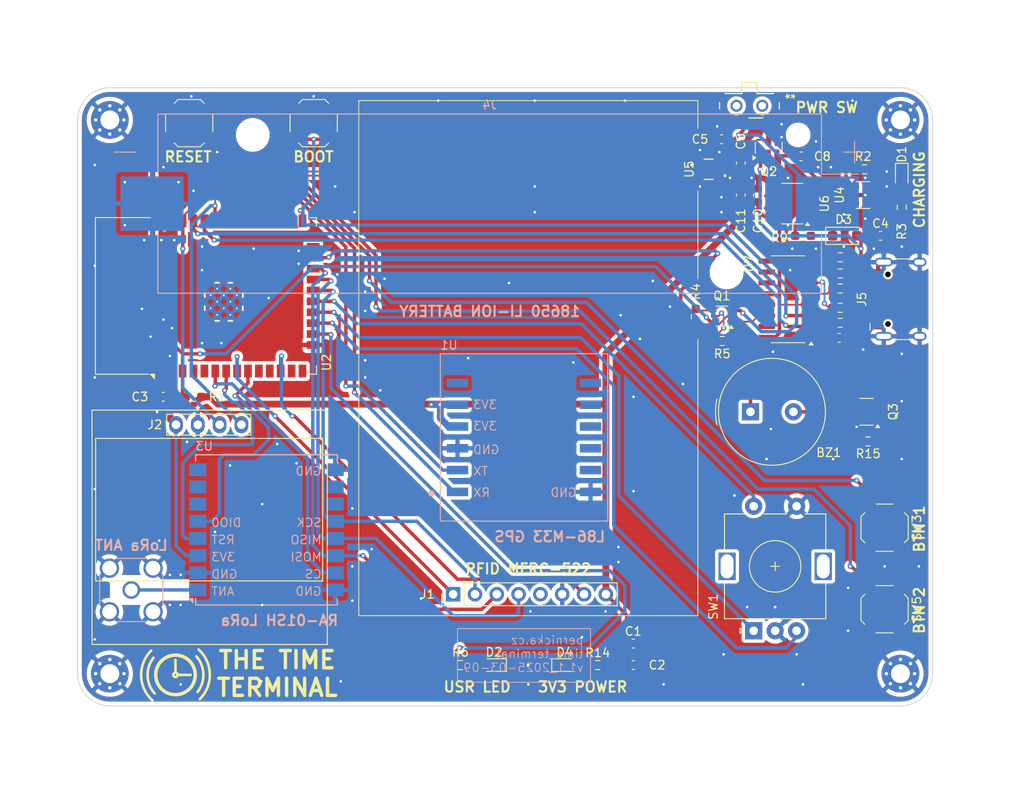
<source format=kicad_pcb>
(kicad_pcb (version 20240108) (generator "pcbnew") (generator_version "8.0")
  (layers (0 "F.Cu" signal) (31 "B.Cu" signal) (34 "B.Paste" user) (35 "F.Paste" user) (36 "B.SilkS" user "B.Silkscreen") (37 "F.SilkS" user "F.Silkscreen") (38 "B.Mask" user) (39 "F.Mask" user) (44 "Edge.Cuts" user))
  (net 0 "")
  (net 1 "Net-(BZ1--)")
  (net 2 "+3.3V")
  (net 3 "GND")
  (net 4 "V_USB")
  (net 5 "Net-(J4-Pin_1)")
  (net 6 "V_BAT")
  (net 7 "Net-(D3-K)")
  (net 8 "Net-(D1-K)")
  (net 9 "Net-(D1-A)")
  (net 10 "Net-(D2-A)")
  (net 11 "Net-(D4-A)")
  (net 12 "RFID_RST")
  (net 13 "RFID_CS")
  (net 15 "SPI_MISO")
  (net 16 "SPI_SCK")
  (net 17 "SPI_MOSI")
  (net 18 "SDA")
  (net 19 "SCL")
  (net 20 "Net-(J3-In)")
  (net 21 "Net-(J5-CC1)")
  (net 22 "Net-(J5-CC2)")
  (net 23 "Net-(J5-D+-PadA6)")
  (net 24 "Net-(J5-D--PadA7)")
  (net 27 "CH340_RTS")
  (net 28 "Net-(Q1B-B2)")
  (net 29 "CH340_DTR")
  (net 30 "RESET")
  (net 31 "ESP_0")
  (net 32 "Net-(Q1A-B1)")
  (net 33 "Net-(Q3-B)")
  (net 34 "Net-(U4-PROG)")
  (net 35 "DEF_LED")
  (net 36 "Net-(U6-CE)")
  (net 37 "USB_D-")
  (net 38 "USB_D+")
  (net 39 "BUZZER")
  (net 40 "BTN_1")
  (net 41 "BTN_2")
  (net 42 "GPS_TX")
  (net 49 "GPS_RX")
  (net 52 "LORA_RST")
  (net 53 "CH340_RX")
  (net 55 "LORA_CS")
  (net 59 "CH340_TX")
  (net 60 "LORA_DIO0")
  (net 77 "ROT_B")
  (net 78 "ROT_A")
  (net 79 "ROT_S")
  (footprint "Package_TO_SOT_SMD:SOT-363_SC-70-6" (layer "F.Cu") (at 134.55 80.6 180)
    (property "Reference" "Q1")
    (property "Value" "MBT3904DW1" (hide yes))
  )
  (footprint "Package_SO:SOIC-16_3.9x9.9mm_P1.27mm" (layer "F.Cu") (at 142.25 78.635 180)
    (property "Reference" "U7")
    (property "Value" "CH340C" (hide yes))
  )
  (footprint "Resistor_SMD:R_0603_1608Metric_Pad0.98x0.95mm_HandSolder" (layer "F.Cu") (at 144 71.25 180)
    (property "Reference" "R9")
    (property "Value" "ee" (hide yes))
  )
  (footprint "Capacitor_SMD:C_0603_1608Metric" (layer "F.Cu") (at 134.5 60 180)
    (property "Reference" "C5")
    (property "Value" "4.7u" (hide yes))
  )
  (footprint "Capacitor_SMD:C_0603_1608Metric" (layer "F.Cu") (at 148.225 83.135)
    (property "Reference" "C9" (hide yes))
    (property "Value" "10u" (hide yes))
  )
  (footprint "Resistor_SMD:R_0603_1608Metric_Pad0.98x0.95mm_HandSolder" (layer "F.Cu") (at 73 90)
    (property "Reference" "R1")
    (property "Value" "10k")
  )
  (footprint "Resistor_SMD:R_0603_1608Metric_Pad0.98x0.95mm_HandSolder" (layer "F.Cu") (at 148.3375 77.385 180)
    (property "Reference" "R13" (hide yes))
    (property "Value" "20" (hide yes))
  )
  (footprint "MountingHole:MountingHole_2.2mm_M2_Pad_Via" (layer "F.Cu") (at 63.250001 122.249999)
    (property "Reference" "H3" (hide yes))
    (property "Value" "MountingHole_Pad" (hide yes))
  )
  (footprint "Resistor_SMD:R_0603_1608Metric_Pad0.98x0.95mm_HandSolder" (layer "F.Cu") (at 148.3375 79.635 180)
    (property "Reference" "R12" (hide yes))
    (property "Value" "20" (hide yes))
  )
  (footprint "Resistor_SMD:R_0603_1608Metric_Pad0.98x0.95mm_HandSolder" (layer "F.Cu") (at 134.5875 83.5)
    (property "Reference" "R5")
    (property "Value" "10k")
  )
  (footprint "Package_TO_SOT_SMD:SOT-23" (layer "F.Cu") (at 140 61 90)
    (property "Reference" "Q2")
    (property "Value" "FDN304P" (hide yes))
  )
  (footprint "Package_TO_SOT_SMD:SOT-23-3" (layer "F.Cu") (at 151.3875 91.75 180)
    (property "Reference" "Q3")
    (property "Value" "FMMT493TA" (hide yes))
  )
  (footprint "Rotary_Encoder:RotaryEncoder_Alps_EC11E-Switch_Vertical_H20mm" (layer "F.Cu") (at 138.25 117.25 90)
    (property "Reference" "SW1")
    (property "Value" "EC11E09244BS" (hide yes))
  )
  (footprint "Capacitor_SMD:C_0603_1608Metric" (layer "F.Cu") (at 69.475 90 180)
    (property "Reference" "C3")
    (property "Value" "4.7u")
  )
  (footprint "footprints:corner" (layer "F.Cu") (at 56.569849 49.819849 -45)
    (property "Reference" "")
    (property "Value" "")
  )
  (footprint "footprints:SW4_SSSS811101_ALPS" (layer "F.Cu") (at 137.75648 56.1 -90)
    (property "Reference" "SW6" (hide yes))
    (property "Value" "SSSS811101" (hide yes))
  )
  (footprint "Capacitor_SMD:C_0603_1608Metric" (layer "F.Cu") (at 153.025 71.25)
    (property "Reference" "C4")
    (property "Value" "4.7u" (hide yes))
  )
  (footprint "Button_Switch_SMD:SW_Push_1P1T_XKB_TS-1187A" (layer "F.Cu") (at 87 58.125)
    (property "Reference" "SW4" (hide yes))
    (property "Value" "SW_Push" (hide yes))
  )
  (footprint "Button_Switch_SMD:SW_Push_1P1T_XKB_TS-1187A" (layer "F.Cu") (at 153.5 105.25 -90)
    (property "Reference" "SW3")
    (property "Value" "SW_Push")
  )
  (footprint "footprints:corner" (layer "F.Cu") (at 154.930152 49.819849 -135)
    (property "Reference" "")
    (property "Value" "")
  )
  (footprint "Resistor_SMD:R_0603_1608Metric_Pad0.98x0.95mm_HandSolder" (layer "F.Cu") (at 104.0875 121.25 180)
    (property "Reference" "R6")
    (property "Value" "1k")
  )
  (footprint "Capacitor_SMD:C_0603_1608Metric" (layer "F.Cu") (at 124.225 121.25)
    (property "Reference" "C2")
    (property "Value" "4.7u")
  )
  (footprint "footprints:corner" (layer "F.Cu") (at 56.5 129.75 45)
    (property "Reference" "")
    (property "Value" "")
  )
  (footprint "Resistor_SMD:R_0603_1608Metric_Pad0.98x0.95mm_HandSolder" (layer "F.Cu") (at 151.1625 63.5 180)
    (property "Reference" "R2")
    (property "Value" "2k" (hide yes))
  )
  (footprint "footprints:corner" (layer "F.Cu") (at 154.930152 129.680152 135)
    (property "Reference" "")
    (property "Value" "")
  )
  (footprint "Capacitor_SMD:C_0603_1608Metric" (layer "F.Cu") (at 124.225 118.75)
    (property "Reference" "C1")
    (property "Value" "100n")
  )
  (footprint "Diode_SMD:D_SOD-123F" (layer "F.Cu") (at 148.85 71.25)
    (property "Reference" "D3")
    (property "Value" "D_Schottky" (hide yes))
  )
  (footprint "Capacitor_SMD:C_0603_1608Metric" (layer "F.Cu") (at 143.775 62)
    (property "Reference" "C8")
    (property "Value" "1u" (hide yes))
  )
  (footprint "Resistor_SMD:R_0603_1608Metric_Pad0.98x0.95mm_HandSolder" (layer "F.Cu") (at 151.5875 95.2 180)
    (property "Reference" "R15")
    (property "Value" "1k")
  )
  (footprint "Resistor_SMD:R_0603_1608Metric_Pad0.98x0.95mm_HandSolder" (layer "F.Cu") (at 148.3375 73.75 180)
    (property "Reference" "R7" (hide yes))
    (property "Value" "10k" (hide yes))
  )
  (footprint "LED_SMD:LED_0603_1608Metric" (layer "F.Cu") (at 155.5 64.2875 -90)
    (property "Reference" "D1")
    (property "Value" "LED" (hide yes))
  )
  (footprint "LED_SMD:LED_0603_1608Metric" (layer "F.Cu") (at 107.9625 121.25 180)
    (property "Reference" "D2")
    (property "Value" "LED")
  )
  (footprint "Resistor_SMD:R_0603_1608Metric_Pad0.98x0.95mm_HandSolder" (layer "F.Cu") (at 148.3375 75.635 180)
    (property "Reference" "R11" (hide yes))
    (property "Value" "5.1k" (hide yes))
  )
  (footprint "Resistor_SMD:R_0603_1608Metric_Pad0.98x0.95mm_HandSolder" (layer "F.Cu") (at 148.3375 81.385)
    (property "Reference" "R10" (hide yes))
    (property "Value" "5.1k" (hide yes))
  )
  (footprint "Button_Switch_SMD:SW_Push_1P1T_XKB_TS-1187A" (layer "F.Cu") (at 153.5 114.75 -90)
    (property "Reference" "SW5")
    (property "Value" "SW_Push")
  )
  (footprint "footprints:cutout" (layer "F.Cu") (at 158.5 64.25)
    (property "Reference" "")
    (property "Value" "")
  )
  (footprint "RF_Module:ESP32-WROOM-32" (layer "F.Cu") (at 77.435 78.25 90)
    (property "Reference" "U2")
    (property "Value" "ESP32-WROOM-32")
  )
  (footprint "Package_TO_SOT_SMD:SOT-89-5" (layer "F.Cu") (at 142.75 67.5 180)
    (property "Reference" "U6")
    (property "Value" "XC6222B331PR-G" (hide yes))
  )
  (footprint "Resistor_SMD:R_0603_1608Metric_Pad0.98x0.95mm_HandSolder" (layer "F.Cu") (at 120.0875 121.25)
    (property "Reference" "R14")
    (property "Value" "1k")
  )
  (footprint "MountingHole:MountingHole_2.2mm_M2_Pad_Via" (layer "F.Cu") (at 63.25 57.75)
    (property "Reference" "H1" (hide yes))
    (property "Value" "MountingHole_Pad" (hide yes))
  )
  (footprint "Connector_USB:USB_C_Receptacle_HCTL_HC-TYPE-C-16P-01A" (layer "F.Cu") (at 156.5 78.635 90)
    (property "Reference" "J5")
    (property "Value" "USB_C" (hide yes))
  )
  (footprint "MountingHole:MountingHole_2.2mm_M2_Pad_Via" (layer "F.Cu") (at 155.34835 57.75)
    (property "Reference" "H2" (hide yes))
    (property "Value" "MountingHole_Pad" (hide yes))
  )
  (footprint "footprints:128x64OLED" (layer "F.Cu") (at 74.58 103.85)
    (property "Reference" "J2")
    (property "Value" "SSD1306_OLED")
  )
  (footprint "footprints:usbc" (layer "F.Cu") (at 159.65 78.6)
    (property "Reference" "")
    (property "Value" "")
  )
  (footprint "Capacitor_SMD:C_0603_1608Metric" (layer "F.Cu") (at 138.75 66.525 90)
    (property "Reference" "C10")
    (property "Value" "1u" (hide yes))
  )
  (footprint "Capacitor_SMD:C_0603_1608Metric" (layer "F.Cu") (at 136.75 62.775 -90)
    (property "Reference" "C6")
    (property "Value" "100n" (hide yes))
  )
  (footprint "LED_SMD:LED_0603_1608Metric" (layer "F.Cu") (at 116.2125 121.25)
    (property "Reference" "D4")
    (property "Value" "LED")
  )
  (footprint "Connector_PinHeader_2.54mm:PinHeader_1x08_P2.54mm_Vertical" (layer "F.Cu") (at 103.25 113 90)
    (property "Reference" "J1")
    (property "Value" "MFRC522")
  )
  (footprint "footprints:21-0168E_T822-3_MXM" (layer "F.Cu") (at 132.9967 63.5 180)
    (property "Reference" "U5")
    (property "Value" "MAX17048G+T10" (hide yes))
  )
  (footprint "MountingHole:MountingHole_2.2mm_M2_Pad_Via" (layer "F.Cu") (at 155.34835 122.25)
    (property "Reference" "H4" (hide yes))
    (property "Value" "MountingHole_Pad" (hide yes))
  )
  (footprint "Resistor_SMD:R_0603_1608Metric_Pad0.98x0.95mm_HandSolder" (layer "F.Cu") (at 131.5 80.6625 90)
    (property "Reference" "R4")
    (property "Value" "10k")
  )
  (footprint "Package_TO_SOT_SMD:SOT-23-5" (layer "F.Cu") (at 151 66.5)
    (property "Reference" "U4")
    (property "Value" "MCP73831-2-OT" (hide yes))
  )
  (footprint "Resistor_SMD:R_0603_1608Metric_Pad0.98x0.95mm_HandSolder" (layer "F.Cu") (at 155.5 67.9125 -90)
    (property "Reference" "R3")
    (property "Value" "1k" (hide yes))
  )
  (footprint "Button_Switch_SMD:SW_Push_1P1T_XKB_TS-1187A" (layer "F.Cu") (at 72.5 58.125)
    (property "Reference" "SW2" (hide yes))
    (property "Value" "SW_Push" (hide yes))
  )
  (footprint "Buzzer_Beeper:Buzzer_TDK_PS1240P02BT_D12.2mm_H6.5mm" (layer "F.Cu") (at 137.879216 91.75)
    (property "Reference" "BZ1")
    (property "Value" "Buzzer")
  )
  (footprint "Capacitor_SMD:C_0603_1608Metric" (layer "F.Cu") (at 136.75 66.5 90)
    (property "Reference" "C11")
    (property "Value" "10u" (hide yes))
  )
  (footprint "Battery:BatteryHolder_Keystone_1042_1x18650" (layer "B.Cu") (at 107.5 67.5 180)
    (property "Reference" "J4")
    (property "Value" "Li-Ion battery")
  )
  (footprint "footprints:L86-M33" (layer "B.Cu") (at 111.5 94.73 180)
    (property "Reference" "U1")
    (property "Value" "L86-M33")
  )
  (footprint "Connector_Coaxial:SMA_Amphenol_132134-16_Vertical" (layer "B.Cu") (at 65.75 112.5 180)
    (property "Reference" "J3" (hide yes))
    (property "Value" "Conn_Coaxial")
  )
  (footprint "RF_Module:Ai-Thinker-Ra-01-LoRa" (layer "B.Cu") (at 81.5 105.5)
    (property "Reference" "U3")
    (property "Value" "Ra-01SH")
  )
  (gr_line (start 92.25 55.5) (end 92.25 115.5) (stroke (width 0.1)) (layer "F.SilkS"))
  (gr_arc (start 68.471075 124.554362) (mid 67.651904 122.501759) (end 68.334761 120.399873) (stroke (width 0.3)) (layer "F.SilkS"))
  (gr_line (start 92.25 115.5) (end 131.75 115.5) (stroke (width 0.1)) (layer "F.SilkS"))
  (gr_line (start 131.75 115.5) (end 131.75 83.25) (stroke (width 0.1)) (layer "F.SilkS"))
  (gr_line (start 131.75 55.5) (end 92.25 55.5) (stroke (width 0.1)) (layer "F.SilkS"))
  (gr_line (start 71.150156 122.39518) (end 72.650156 122.39518) (stroke (width 0.1)) (layer "F.SilkS"))
  (gr_circle (center 70.900156 122.39518) (end 71.150156 122.39518) (stroke (width 0.3)) (fill none) (layer "F.SilkS"))
  (gr_line (start 131.75 58.75) (end 131.75 55.5) (stroke (width 0.1)) (layer "F.SilkS"))
  (gr_line (start 72.650156 122.39518) (end 72.650156 122.39518) (stroke (width 0.3)) (layer "F.SilkS"))
  (gr_line (start 131.75 76.25) (end 131.75 66) (stroke (width 0.1)) (layer "F.SilkS"))
  (gr_line (start 72.650156 122.39518) (end 71.150156 122.39518) (stroke (width 0.3)) (layer "F.SilkS"))
  (gr_arc (start 73.591505 119.434697) (mid 74.9 122.3) (end 73.729273 125.224297) (stroke (width 0.3)) (layer "F.SilkS"))
  (gr_arc (start 73.330358 120.235001) (mid 74.149907 122.288552) (end 73.466733 124.391408) (stroke (width 0.3)) (layer "F.SilkS"))
  (gr_line (start 70.900156 122.14518) (end 70.900156 120.64518) (stroke (width 0.3)) (layer "F.SilkS"))
  (gr_arc (start 68.208806 125.355661) (mid 66.900312 122.49036) (end 68.071037 119.566064) (stroke (width 0.3)) (layer "F.SilkS"))
  (gr_circle (center 70.900156 122.39518) (end 73.205042 122.39518) (stroke (width 0.4)) (fill none) (layer "F.SilkS"))
  (gr_arc (start 159.098351 122.250001) (mid 158.000001 124.901651) (end 155.348351 126.000001) (stroke (width 0.1)) (layer "Edge.Cuts"))
  (gr_line (start 59.5 122.25) (end 59.499999 57.749999) (stroke (width 0.1)) (layer "Edge.Cuts"))
  (gr_arc (start 59.499999 57.749999) (mid 60.598349 55.098349) (end 63.249999 53.999999) (stroke (width 0.1)) (layer "Edge.Cuts"))
  (gr_arc (start 63.25 126) (mid 60.598349 124.90165) (end 59.5 122.25) (stroke (width 0.1)) (layer "Edge.Cuts"))
  (gr_line (start 63.249999 53.999999) (end 155.34835 54) (stroke (width 0.1)) (layer "Edge.Cuts"))
  (gr_arc (start 155.34835 54) (mid 158 55.09835) (end 159.09835 57.75) (stroke (width 0.1)) (layer "Edge.Cuts"))
  (gr_line (start 159.09835 57.75) (end 159.098351 122.250001) (stroke (width 0.1)) (layer "Edge.Cuts"))
  (gr_line (start 63.25 126) (end 155.348351 126.000001) (stroke (width 0.1)) (layer "Edge.Cuts"))
  (gr_text "GND" (at 75 111.25 0) (layer "B.SilkS") (effects (font (size 1 1) (thickness 0.125)) (justify right bottom mirror)))
  (gr_text "RA-01SH LoRa" (at 83 116.75 0) (layer "B.SilkS") (effects (font (size 1.2 1.2) (thickness 0.24) (bold yes)) (justify bottom mirror)))
  (gr_text "MISO" (at 88 107.25 0) (layer "B.SilkS") (effects (font (size 1 1) (thickness 0.125)) (justify left bottom mirror)))
  (gr_text "3V3" (at 105.5 94 0) (layer "B.SilkS") (effects (font (size 1 1) (thickness 0.125)) (justify right bottom mirror)))
  (gr_text "3V3" (at 105.5 91.5 0) (layer "B.SilkS") (effects (font (size 1 1) (thickness 0.125)) (justify right bottom mirror)))
  (gr_text "TX" (at 105.5 99.25 0) (layer "B.SilkS") (effects (font (size 1 1) (thickness 0.125)) (justify right bottom mirror)))
  (gr_text "ANT" (at 75 113.25 0) (layer "B.SilkS") (effects (font (size 1 1) (thickness 0.125)) (justify right bottom mirror)))
  (gr_text "RST" (at 75 107.25 0) (layer "B.SilkS") (effects (font (size 1 1) (thickness 0.125)) (justify right bottom mirror)))
  (gr_text "GND" (at 114.5 101.75 0) (layer "B.SilkS") (effects (font (size 1 1) (thickness 0.125)) (justify right bottom mirror)))
  (gr_text "GND" (at 105.5 96.75 0) (layer "B.SilkS") (effects (font (size 1 1) (thickness 0.125)) (justify right bottom mirror)))
  (gr_text "LoRa ANT" (at 65.75 108 0) (layer "B.SilkS") (effects (font (size 1.2 1.2) (thickness 0.24) (bold yes)) (justify bottom mirror)))
  (gr_text "DIO0" (at 75 105.25 0) (layer "B.SilkS") (effects (font (size 1 1) (thickness 0.125)) (justify right bottom mirror)))
  (gr_text "SCK" (at 88 105.25 0) (layer "B.SilkS") (effects (font (size 1 1) (thickness 0.125)) (justify left bottom mirror)))
  (gr_text "GND" (at 88 99.25 0) (layer "B.SilkS") (effects (font (size 1 1) (thickness 0.125)) (justify left bottom mirror)))
  (gr_text "CS" (at 88 111.25 0) (layer "B.SilkS") (effects (font (size 1 1) (thickness 0.125)) (justify left bottom mirror)))
  (gr_text "MOSI" (at 88 109.25 0) (layer "B.SilkS") (effects (font (size 1 1) (thickness 0.125)) (justify left bottom mirror)))
  (gr_text "RX" (at 105.5 101.75 0) (layer "B.SilkS") (effects (font (size 1 1) (thickness 0.125)) (justify right bottom mirror)))
  (gr_text "GND" (at 88 113.25 0) (layer "B.SilkS") (effects (font (size 1 1) (thickness 0.125)) (justify left bottom mirror)))
  (gr_text "3V3" (at 75 109.25 0) (layer "B.SilkS") (effects (font (size 1 1) (thickness 0.125)) (justify right bottom mirror)))
  (gr_text "18650 LI-ION BATTERY" (at 107.5 80.75 0) (layer "B.SilkS") (effects (font (size 1.2 1.2) (thickness 0.24) (bold yes)) (justify bottom mirror)))
  (gr_text "L86-M33 GPS" (at 114.5 107 0) (layer "B.SilkS") (effects (font (size 1.2 1.2) (thickness 0.24) (bold yes)) (justify bottom mirror)))
  (gr_text "BOOT" (at 84.5 62.75 0) (layer "F.SilkS") (effects (font (size 1.2 1.2) (thickness 0.24) (bold yes)) (justify left bottom)))
  (gr_text "RESET" (at 69.5 62.75 0) (layer "F.SilkS") (effects (font (size 1.2 1.2) (thickness 0.24) (bold yes)) (justify left bottom)))
  (gr_text "CHARGING" (at 158.25 70.5 90) (layer "F.SilkS") (effects (font (size 1.2 1.2) (thickness 0.24) (bold yes)) (justify left bottom)))
  (gr_text "USR LED" (at 102 124.5 0) (layer "F.SilkS") (effects (font (size 1.2 1.2) (thickness 0.24) (bold yes)) (justify left bottom)))
  (gr_text "PWR SW" (at 143 57 0) (layer "F.SilkS") (effects (font (size 1.2 1.2) (thickness 0.24) (bold yes)) (justify left bottom)))
  (gr_text "BTN 2" (at 158.25 117.75 90) (layer "F.SilkS") (effects (font (size 1.2 1.2) (thickness 0.24) (bold yes)) (justify left bottom)))
  (gr_text "3V3 POWER" (at 113 124.5 0) (layer "F.SilkS") (effects (font (size 1.2 1.2) (thickness 0.24) (bold yes)) (justify left bottom)))
  (gr_text "BTN 1" (at 158.25 108.25 90) (layer "F.SilkS") (effects (font (size 1.2 1.2) (thickness 0.24) (bold yes)) (justify left bottom)))
  (gr_text "THE TIME\nTERMINAL" (at 82.750156 125.04518 0) (layer "F.SilkS") (effects (font (size 2 2) (thickness 0.4) (bold yes)) (justify bottom)))
  (gr_text "RFID MFRC-522" (at 112 110.75 0) (layer "F.SilkS") (effects (font (size 1.2 1.2) (thickness 0.24) (bold yes)) (justify bottom)))
  (gr_text_box "pernicka.cz\ntime_terminal\nv1.1_2025-03-09" (start 103.75 117) (end 119.25 123.25) (layer "B.SilkS") (effects (font (size 1 1) (thickness 0.1)) (justify left top mirror)) (border yes) (stroke (width 0.1)))
  (segment (start 150.25 91.75) (end 142.879216 91.75) (width 0.4) (layer "F.Cu") (net 1))
  (segment (start 139.5 69) (end 138.75 68.25) (width 0.4) (layer "F.Cu") (net 2))
  (segment (start 137.879216 91.75) (end 137.879216 84.975784) (width 0.4) (layer "F.Cu") (net 2))
  (segment (start 70.25 92.54) (end 70.25 90) (width 0.8) (layer "F.Cu") (net 2))
  (segment (start 73.9125 90) (end 73.912498 90) (width 0.4) (layer "F.Cu") (net 2))
  (segment (start 121.03 113) (end 123.45 115.42) (width 0.4) (layer "F.Cu") (net 2))
  (segment (start 144.725 79.27) (end 141.25 79.27) (width 0.2) (layer "F.Cu") (net 2))
  (segment (start 73.9125 90) (end 72.4125 91.5) (width 0.8) (layer "F.Cu") (net 2))
  (segment (start 123.45 120.5) (end 123.45 121.25) (width 0.2) (layer "F.Cu") (net 2))
  (segment (start 121.03 90.855331) (end 75.855331 90.855331) (width 0.8) (layer "F.Cu") (net 2))
  (segment (start 137 68.25) (end 136.75 68) (width 0.4) (layer "F.Cu") (net 2))
  (segment (start 136.75 68) (end 136.75 67.275) (width 0.8) (layer "F.Cu") (net 2))
  (segment (start 141.25 82.579999) (end 141.25 69.35) (width 0.4) (layer "F.Cu") (net 2))
  (segment (start 70.25 91.5) (end 70.25 92.54) (width 0.8) (layer "F.Cu") (net 2))
  (segment (start 123.45 118.75) (end 123.45 118.750002) (width 0.2) (layer "F.Cu") (net 2))
  (segment (start 123.45 118.25) (end 123.45 120) (width 0.4) (layer "F.Cu") (net 2))
  (segment (start 136.75 68) (end 136.75 69.25) (width 0.8) (layer "F.Cu") (net 2))
  (segment (start 75 90) (end 73.9125 90) (width 0.8) (layer "F.Cu") (net 2))
  (segment (start 121 121.25) (end 123.45 121.25) (width 0.4) (layer "F.Cu") (net 2))
  (segment (start 70.96 93.25) (end 70.25 92.54) (width 0.8) (layer "F.Cu") (net 2))
  (segment (start 141.25 69.35) (end 140.9 69) (width 0.4) (layer "F.Cu") (net 2))
  (segment (start 136.75 69.25) (end 121.03 84.97) (width 0.8) (layer "F.Cu") (net 2))
  (segment (start 123.45 120) (end 123.45 121.25) (width 0.4) (layer "F.Cu") (net 2))
  (segment (start 140.749999 83.08) (end 141.25 82.579999) (width 0.4) (layer "F.Cu") (net 2))
  (segment (start 138.75 68.25) (end 137 68.25) (width 0.4) (layer "F.Cu") (net 2))
  (segment (start 121.03 84.97) (end 121.03 90.855331) (width 0.8) (layer "F.Cu") (net 2))
  (segment (start 140.9 69) (end 139.5 69) (width 0.4) (layer "F.Cu") (net 2))
  (segment (start 70.455 87) (end 70.455 89.795) (width 0.8) (layer "F.Cu") (net 2))
  (segment (start 138.75 68.25) (end 138.75 67.3) (width 0.4) (layer "F.Cu") (net 2))
  (segment (start 121.03 113) (end 121.03 90.855331) (width 0.8) (layer "F.Cu") (net 2))
  (segment (start 72.4125 91.5) (end 70.25 91.5) (width 0.8) (layer "F.Cu") (net 2))
  (segment (start 123.45 121.25) (end 123.45 118.75) (width 0.2) (layer "F.Cu") (net 2))
  (segment (start 123.45 120) (end 123.45 120.5) (width 0.4) (layer "F.Cu") (net 2))
  (segment (start 139.775 83.08) (end 140.749999 83.08) (width 0.4) (layer "F.Cu") (net 2))
  (segment (start 70.455 89.795) (end 70.25 90) (width 0.4) (layer "F.Cu") (net 2))
  (segment (start 75.855331 90.855331) (end 75 90) (width 0.8) (layer "F.Cu") (net 2))
  (segment (start 123.45 115.42) (end 123.45 118.25) (width 0.4) (layer "F.Cu") (net 2))
  (segment (start 123.45 118.25) (end 123.45 118.750002) (width 0.4) (layer "F.Cu") (net 2))
  (segment (start 137.879216 84.975784) (end 139.775 83.08) (width 0.4) (layer "F.Cu") (net 2))
  (segment (start 75 90) (end 73.912498 90) (width 0.8) (layer "F.Cu") (net 2))
  (via (at 100.7 90.9) (size 0.6) (drill 0.3) (layers "F.Cu" "B.Cu") (net 2))
  (via (at 101.67 90.92) (size 0.6) (drill 0.3) (layers "F.Cu" "B.Cu") (net 2))
  (segment (start 101.75 92.25) (end 101.75 92.5) (width 0.8) (layer "B.Cu") (net 2))
  (segment (start 103.75 90.92) (end 101.67 90.92) (width 0.8) (layer "B.Cu") (net 2))
  (segment (start 72.1 108.5) (end 70.96 107.36) (width 0.4) (layer "B.Cu") (net 2))
  (segment (start 101.65 90.9) (end 101.67 90.92) (width 0.8) (layer "B.Cu") (net 2))
  (segment (start 100.7 90.9) (end 101.65 90.9) (width 0.8) (layer "B.Cu") (net 2))
  (segment (start 101.75 91.25) (end 101.75 92.25) (width 0.8) (layer "B.Cu") (net 2))
  (segment (start 102.71 93.46) (end 103.75 93.46) (width 0.8) (layer "B.Cu") (net 2))
  (segment (start 103.75 90.92) (end 102.08 90.92) (width 0.8) (layer "B.Cu") (net 2))
  (segment (start 70.96 107.36) (end 70.96 93.25) (width 0.4) (layer "B.Cu") (net 2))
  (segment (start 101.75 92.5) (end 102.71 93.46) (width 0.8) (layer "B.Cu") (net 2))
  (segment (start 73.5 108.5) (end 72.1 108.5) (width 0.4) (layer "B.Cu") (net 2))
  (segment (start 153.395 82.121016) (end 153.108984 81.835) (width 0.4) (layer "F.Cu") (net 3))
  (segment (start 153.108984 81.835) (end 152.755 81.835) (width 0.4) (layer "F.Cu") (net 3))
  (segment (start 131.25 63.25) (end 131 63) (width 0.2) (layer "F.Cu") (net 3))
  (segment (start 153.395 82.955) (end 153.395 82.121016) (width 0.4) (layer "F.Cu") (net 3))
  (segment (start 131.9934 63.25) (end 131.25 63.25) (width 0.2) (layer "F.Cu") (net 3))
  (via (at 70.75 71.75) (size 0.6) (drill 0.3) (layers "F.Cu" "B.Cu") (net 3))
  (via (at 139.75 97.25) (size 0.6) (drill 0.3) (layers "F.Cu" "B.Cu") (net 3))
  (via (at 71.25 65) (size 0.6) (drill 0.3) (layers "F.Cu" "B.Cu") (net 3))
  (via (at 69 106.75) (size 0.6) (drill 0.3) (layers "F.Cu" "B.Cu") (net 3))
  (via (at 74 83.75) (size 0.6) (drill 0.3) (layers "F.Cu" "B.Cu") (net 3))
  (via (at 153.75 63.75) (size 0.6) (drill 0.3) (layers "F.Cu" "B.Cu") (net 3))
  (via (at 112.75 68.5) (size 0.6) (drill 0.3) (layers "F.Cu" "B.Cu") (net 3))
  (via (at 91.75 68.5) (size 0.6) (drill 0.3) (layers "F.Cu" "B.Cu") (net 3))
  (via (at 61.5 87.75) (size 0.6) (drill 0.3) (layers "F.Cu" "B.Cu") (net 3))
  (via (at 85.25 74.5) (size 0.6) (drill 0.3) (layers "F.Cu" "B.Cu") (net 3))
  (via (at 145.5 72.75) (size 0.6) (drill 0.3) (layers "F.Cu" "B.Cu") (net 3))
  (via (at 72.75 55) (size 0.6) (drill 0.3) (layers "F.Cu" "B.Cu") (net 3))
  (via (at 137.5 114.5) (size 0.6) (drill 0.3) (layers "F.Cu" "B.Cu") (net 3))
  (via (at 68.75 91.75) (size 0.6) (drill 0.3) (layers "F.Cu" "B.Cu") (net 3))
  (via (at 80.900156 123.14518) (size 0.6) (drill 0.3) (layers "F.Cu" "B.Cu") (net 3))
  (via (at 76.25 83.75) (size 0.6) (drill 0.3) (layers "F.Cu" "B.Cu") (net 3))
  (via (at 93 77.75) (size 0.6) (drill 0.3) (layers "F.Cu" "B.Cu") (net 3))
  (via (at 71.5 123.5) (size 0.6) (drill 0.3) (layers "F.Cu" "B.Cu") (net 3))
  (via (at 147.25 63.25) (size 0.6) (drill 0.3) (layers "F.Cu" "B.Cu") (net 3))
  (via (at 134.25 61.5) (size 0.6) (drill 0.3) (layers "F.Cu" "B.Cu") (net 3))
  (via (at 112.25 115) (size 0.6) (drill 0.3) (layers "F.Cu" "B.Cu") (net 3))
  (via (at 153.5 109.75) (size 0.6) (drill 0.3) (layers "F.Cu" "B.Cu") (net 3))
  (via (at 71.5 110.75) (size 0.6) (drill 0.3) (layers "F.Cu" "B.Cu") (net 3))
  (via (at 65 65) (size 0.6) (drill 0.3) (layers "F.Cu" "B.Cu") (net 3))
  (via (at 89.75 75.75) (size 0.6) (drill 0.3) (layers "F.Cu" "B.Cu") (net 3))
  (via (at 127.75 123.5) (size 0.6) (drill 0.3) (layers "F.Cu" "B.Cu") (net 3))
  (via (at 149.25 112.25) (size 0.6) (drill 0.3) (layers "F.Cu" "B.Cu") (net 3))
  (via (at 155.5 72.5) (size 0.6) (drill 0.3) (layers "F.Cu" "B.Cu") (net 3))
  (via (at 140.25 63.5) (size 0.6) (drill 0.3) (layers "F.Cu" "B.Cu") (net 3))
  (via (at 74 75.25) (size 0.6) (drill 0.3) (layers "F.Cu" "B.Cu") (net 3))
  (via (at 61.5 100.75) (size 0.6) (drill 0.3) (layers "F.Cu" "B.Cu") (net 3))
  (via (at 126.5 76.5) (size 0.6) (drill 0.3) (layers "F.Cu" "B.Cu") (net 3))
  (via (at 75.5 105.75) (size 0.6) (drill 0.3) (layers "F.Cu" "B.Cu") (net 3))
  (via (at 125 83.25) (size 0.6) (drill 0.3) (layers "F.Cu" "B.Cu") (net 3))
  (via (at 74 72.5) (size 0.6) (drill 0.3) (layers "F.Cu" "B.Cu") (net 3))
  (via (at 81 102.5) (size 0.6) (drill 0.3) (layers "F.Cu" "B.Cu") (net 3))
  (via (at 112 121.25) (size 0.6) (drill 0.3) (layers "F.Cu" "B.Cu") (net 3))
  (via (at 155.25 70.25) (size 0.6) (drill 0.3) (layers "F.Cu" "B.Cu") (net 3))
  (via (at 136 101.5) (size 0.6) (drill 0.3) (layers "F.Cu" "B.Cu") (net 3))
  (via (at 132 65.5) (size 0.6) (drill 0.3) (layers "F.Cu" "B.Cu") (net 3))
  (via (at 117.25 86) (size 0.6) (drill 0.3) (layers "F.Cu" "B.Cu") (net 3))
  (via (at 134.5 66.75) (size 0.6) (drill 0.3) (layers "F.Cu" "B.Cu") (net 3))
  (via (at 147.5 97.25) (size 0.6) (drill 0.3) (layers "F.Cu" "B.Cu") (net 3))
  (via (at 143.25 120) (size 0.6) (drill 0.3) (layers "F.Cu" "B.Cu") (net 3))
  (via (at 95.25 76.25) (size 0.6) (drill 0.3) (layers "F.Cu" "B.Cu") (net 3))
  (via (at 131 63) (size 0.6) (drill 0.3) (layers "F.Cu" "B.Cu") (net 3))
  (via (at 80 72.75) (size 0.6) (drill 0.3) (layers "F.Cu" "B.Cu") (net 3))
  (via (at 148.75 72.5) (size 0.6) (drill 0.3) (layers "F.Cu" "B.Cu") (net 3))
  (via (at 128.5 79.5) (size 0.6) (drill 0.3) (layers "F.Cu" "B.Cu") (net 3))
  (via (at 99.5 113.5) (size 0.6) (drill 0.3) (layers "F.Cu" "B.Cu") (net 3))
  (via (at 135.5 64.5) (size 0.6) (drill 0.3) (layers "F.Cu" "B.Cu") (net 3))
  (via (at 61.5 74.75) (size 0.6) (drill 0.3) (layers "F.Cu" "B.Cu") (net 3))
  (via (at 145.5 60.25) (size 0.6) (drill 0.3) (layers "F.Cu" "B.Cu") (net 3))
  (via (at 123.25 55.5) (size 0.6) (drill 0.3) (layers "F.Cu" "B.Cu") (net 3))
  (via (at 69.5 81) (size 0.6) (drill 0.3) (layers "F.Cu" "B.Cu") (net 3))
  (via (at 134 58.5) (size 0.6) (drill 0.3) (layers "F.Cu" "B.Cu") (net 3))
  (via (at 132 61.25) (size 0.6) (drill 0.3) (layers "F.Cu" "B.Cu") (net 3))
  (via (at 68 83) (size 0.6) (drill 0.3) (layers "F.Cu" "B.Cu") (net 3))
  (via (at 142.5 75.25) (size 0.6) (drill 0.3) (layers "F.Cu" "B.Cu") (net 3))
  (via (at 61.5 63) (size 0.6) (drill 0.3) (layers "F.Cu" "B.Cu") (net 3))
  (via (at 151 84.5) (size 0.6) (drill 0.3) (layers "F.Cu" "B.Cu") (net 3))
  (via (at 126.5 76.5) (size 0.6) (drill 0.3) (layers "F.Cu" "B.Cu") (net 3))
  (via (at 70.5 61.5) (size 0.6) (drill 0.3) (layers "F.Cu" "B.Cu") (net 3))
  (via (at 81.75 78.5) (size 0.6) (drill 0.3) (layers "F.Cu" "B.Cu") (net 3))
  (via (at 69.5 63.25) (size 0.6) (drill 0.3) (layers "F.Cu" "B.Cu") (net 3))
  (via (at 151.25 66.5) (size 0.6) (drill 0.3) (layers "F.Cu" "B.Cu") (net 3))
  (via (at 81 114.25) (size 0.6) (drill 0.3) (layers "F.Cu" "B.Cu") (net 3))
  (via (at 155.5 90.5) (size 0.6) (drill 0.3) (layers "F.Cu" "B.Cu") (net 3))
  (via (at 82.75 95.5) (size 0.6) (drill 0.3) (layers "F.Cu" "B.Cu") (net 3))
  (via (at 149.25 117.25) (size 0.6) (drill 0.3) (layers "F.Cu" "B.Cu") (net 3))
  (via (at 87 55) (size 0.6) (drill 0.3) (layers "F.Cu" "B.Cu") (net 3))
  (via (at 109.75 76.75) (size 0.6) (drill 0.3) (layers "F.Cu" "B.Cu") (net 3))
  (via (at 91.5 103) (size 0.6) (drill 0.3) (layers "F.Cu" "B.Cu") (net 3))
  (via (at 140.25 93.75) (size 0.6) (drill 0.3) (layers "F.Cu" "B.Cu") (net 3))
  (via (at 70.25 110.75) (size 0.6) (drill 0.3) (layers "F.Cu" "B.Cu") (net 3))
  (via (at 89.5 65.5) (size 0.6) (drill 0.3) (layers "F.Cu" "B.Cu") (net 3))
  (via (at 112.75 65.5) (size 0.6) (drill 0.3) (layers "F.Cu" "B.Cu") (net 3))
  (via (at 134.75 120) (size 0.6) (drill 0.3) (layers "F.Cu" "B.Cu") (net 3))
  (via (at 149.75 55.5) (size 0.6) (drill 0.3) (layers "F.Cu" "B.Cu") (net 3))
  (via (at 73 66) (size 0.6) (drill 0.3) (layers "F.Cu" "B.Cu") (net 3))
  (via (at 72.25 95.25) (size 0.6) (drill 0.3) (layers "F.Cu" "B.Cu") (net 3))
  (via (at 71.5 114.25) (size 0.6) (drill 0.3) (layers "F.Cu" "B.Cu") (net 3))
  (via (at 93 85.75) (size 0.6) (drill 0.3) (layers "F.Cu" "B.Cu") (net 3))
  (via (at 122.5 109.25) (size 0.6) (drill 0.3) (layers "F.Cu" "B.Cu") (net 3))
  (via (at 93 87.75) (size 0.6) (drill 0.3) (layers "F.Cu" "B.Cu") (net 3))
  (via (at 153.75 65.5) (size 0.6) (drill 0.3) (layers "F.Cu" "B.Cu") (net 3))
  (via (at 144 123.5) (size 0.6) (drill 0.3) (layers "F.Cu" "B.Cu") (net 3))
  (via (at 141.5 59.75) (size 0.6) (drill 0.3) (layers "F.Cu" "B.Cu") (net 3))
  (via (at 94.75 89.25) (size 0.6) (drill 0.3) (layers "F.Cu" "B.Cu") (net 3))
  (via (at 101.5 55.5) (size 0.6) (drill 0.3) (layers "F.Cu" "B.Cu") (net 3))
  (via (at 118.25 118) (size 0.6) (drill 0.3) (layers "F.Cu" "B.Cu") (net 3))
  (via (at 134.5 68.5) (size 0.6) (drill 0.3) (layers "F.Cu" "B.Cu") (net 3))
  (via (at 122.5 107.5) (size 0.6) (drill 0.3) (layers "F.Cu" "B.Cu") (net 3))
  (via (at 142.75 72.75) (size 0.6) (drill 0.3) (layers "F.Cu" "B.Cu") (net 3))
  (via (at 141.5 58.25) (size 0.6) (drill 0.3) (layers "F.Cu" "B.Cu") (net 3))
  (via (at 67.25 71.75) (size 0.6) (drill 0.3) (layers "F.Cu" "B.Cu") (net 3))
  (via (at 85.25 73) (size 0.6) (drill 0.3) (layers "F.Cu" "B.Cu") (net 3))
  (via (at 145.75 63.25) (size 0.6) (drill 0.3) (layers "F.Cu" "B.Cu") (net 3))
  (via (at 130 88.5) (size 0.6) (drill 0.3) (layers "F.Cu" "B.Cu") (net 3))
  (via (at 77.25 98) (size 0.6) (drill 0.3) (layers "F.Cu" "B.Cu") (net 3))
  (via (at 112 123.5) (size 0.6) (drill 0.3) (layers "F.Cu" "B.Cu") (net 3))
  (via (at 140.5 84.75) (size 0.6) (drill 0.3) (layers "F.Cu" "B.Cu") (net 3))
  (via (at 124.25 90) (size 0.6) (drill 0.3) (layers "F.Cu" "B.Cu") (net 3))
  (via (at 142.25 70) (size 0.6) (drill 0.3) (layers "F.Cu" "B.Cu") (net 3))
  (via (at 155.5 85) (size 0.6) (drill 0.3) (layers "F.Cu" "B.Cu") (net 3))
  (via (at 121 115) (size 0.6) (drill 0.3) (layers "F.Cu" "B.Cu") (net 3))
  (via (at 151.25 69.25) (size 0.6) (drill 0.3) (layers "F.Cu" "B.Cu") (net 3))
  (via (at 138 64.5) (size 0.6) (drill 0.3) (layers "F.Cu" "B.Cu") (net 3))
  (via (at 69.25 71.75) (size 0.6) (drill 0.3) (layers "F.Cu" "B.Cu") (net 3))
  (via (at 70.25 114.25) (size 0.6) (drill 0.3) (layers "F.Cu" "B.Cu") (net 3))
  (via (at 105 85.5) (size 0.6) (drill 0.3) (layers "F.Cu" "B.Cu") (net 3))
  (via (at 140.75 114.5) (size 0.6) (drill 0.3) (layers "F.Cu" "B.Cu") (net 3))
  (via (at 157.5 109.75) (size 0.6) (drill 0.3) (layers "F.Cu" "B.Cu") (net 3))
  (via (at 70.5 82) (size 0.6) (drill 0.3) (layers "F.Cu" "B.Cu") (net 3))
  (via (at 124.25 101) (size 0.6) (drill 0.3) (layers "F.Cu" "B.Cu") (net 3))
  (via (at 91.5 113.75) (size 0.6) (drill 0.3) (layers "F.Cu" "B.Cu") (net 3))
  (via (at 75.75 61.5) (size 0.6) (drill 0.3) (layers "F.Cu" "B.Cu") (net 3))
  (via (at 112.75 55.5) (size 0.6) (drill 0.3) (layers "F.Cu" "B.Cu") (net 3))
  (via (at 67 79.75) (size 0.6) (drill 0.3) (layers "F.Cu" "B.Cu") (net 3))
  (via (at 93.75 107.75) (size 0.6) (drill 0.3) (layers "F.Cu" "B.Cu") (net 3))
  (via (at 151.25 64.5) (size 0.6) (drill 0.3) (layers "F.Cu" "B.Cu") (net 3))
  (via (at 85 97.75) (size 0.6) (drill 0.3) (layers "F.Cu" "B.Cu") (net 3))
  (via (at 142.25 64.5) (size 0.6) (drill 0.3) (layers "F.Cu" "B.Cu") (net 3))
  (via (at 65 70) (size 0.6) (drill 0.3) (layers "F.Cu" "B.Cu") (net 3))
  (via (at 93 80) (size 0.6) (drill 0.3) (layers "F.Cu" "B.Cu") (net 3))
  (via (at 150.25 93.5) (size 0.6) (drill 0.3) (layers "F.Cu" "B.Cu") (net 3))
  (via (at 152.25 72.75) (size 0.6) (drill 0.3) (layers "F.Cu" "B.Cu") (net 3))
  (via (at 61.5 118.25) (size 0.6) (drill 0.3) (layers "F.Cu" "B.Cu") (net 3))
  (via (at 91.5 109.75) (size 0.6) (drill 0.3) (layers "F.Cu" "B.Cu") (net 3))
  (via (at 70.25 85.25) (size 0.6) (drill 0.3) (layers "F.Cu" "B.Cu") (net 3))
  (via (at 155.5 97.25) (size 0.6) (drill 0.3) (layers "F.Cu" "B.Cu") (net 3))
  (via (at 90.150156 123.14518) (size 0.6) (drill 0.3) (layers "F.Cu" "B.Cu") (net 3))
  (via (at 122.75 80.5) (size 0.6) (drill 0.3) (layers "F.Cu" "B.Cu") (net 3))
  (segment (start 152.105001 76.235) (end 150.75 74.879999) (width 0.4) (layer "F.Cu") (net 4))
  (segment (start 152.25 69) (end 152.25 67.5625) (width 0.4) (layer "F.Cu") (net 4))
  (segment (start 152.25 69) (end 152.25 68.825) (width 0.4) (layer "F.Cu") (net 4))
  (segment (start 149 83.135) (end 150.023026 83.135) (width 0.4) (layer "F.Cu") (net 4))
  (segment (start 154.2 77.075305) (end 153.359695 76.235) (width 0.3) (layer "F.Cu") (net 4))
  (segment (start 153.35812 81.035) (end 154.2 80.19312) (width 0.3) (layer "F.Cu") (net 4))
  (segment (start 150.023026 83.135) (end 152.123026 81.035) (width 0.4) (layer "F.Cu") (net 4))
  (segment (start 150.75 74.879999) (end 150.75 73.75) (width 0.4) (layer "F.Cu") (net 4))
  (segment (start 150.75 71.25) (end 152.25 71.25) (width 0.4) (layer "F.Cu") (net 4))
  (segment (start 150.75 71.75) (end 150.75 71.25) (width 0.4) (layer "F.Cu") (net 4))
  (segment (start 150.75 71.75) (end 150.25 71.25) (width 0.4) (layer "F.Cu") (net 4))
  (segment (start 154.2 80.19312) (end 154.2 77.075305) (width 0.3) (layer "F.Cu") (net 4))
  (segment (start 152.755 76.235) (end 152.105001 76.235) (width 0.4) (layer "F.Cu") (net 4))
  (segment (start 152.25 68.825) (end 155.5 68.825) (width 0.4) (layer "F.Cu") (net 4))
  (segment (start 139.05 61.9375) (end 139.05 63.45) (width 0.4) (layer "F.Cu") (net 4))
  (segment (start 150.75 73.75) (end 150.75 71.75) (width 0.4) (layer "F.Cu") (net 4))
  (segment (start 152.25 71.25) (end 152.25 69) (width 0.4) (layer "F.Cu") (net 4))
  (segment (start 152.123026 81.035) (end 152.755 81.035) (width 0.4) (layer "F.Cu") (net 4))
  (segment (start 153.359695 76.235) (end 152.755 76.235) (width 0.3) (layer "F.Cu") (net 4))
  (segment (start 149.25 73.75) (end 150.75 73.75) (width 0.2) (layer "F.Cu") (net 4))
  (segment (start 150.25 71.25) (end 150.75 71.25) (width 0.4) (layer "F.Cu") (net 4))
  (segment (start 152.25 67.5625) (end 152.1375 67.45) (width 0.4) (layer "F.Cu") (net 4))
  (segment (start 152.755 81.035) (end 153.35812 81.035) (width 0.3) (layer "F.Cu") (net 4))
  (segment (start 139.05 63.45) (end 139 63.5) (width 0.4) (layer "F.Cu") (net 4))
  (via (at 150.75 72.75) (size 0.6) (drill 0.3) (layers "F.Cu" "B.Cu") (net 4))
  (via (at 139 63.5) (size 0.6) (drill 0.3) (layers "F.Cu" "B.Cu") (net 4))
  (segment (start 149.25 71.25) (end 150.75 72.75) (width 0.4) (layer "B.Cu") (net 4))
  (segment (start 140.5 71.25) (end 149.25 71.25) (width 0.4) (layer "B.Cu") (net 4))
  (segment (start 140.5 71.25) (end 139 69.75) (width 0.4) (layer "B.Cu") (net 4))
  (segment (start 139 69.75) (end 139 63.5) (width 0.4) (layer "B.Cu") (net 4))
  (segment (start 135.275 60) (end 136 60) (width 0.4) (layer "F.Cu") (net 5))
  (segment (start 137.0148 58.9852) (end 136.5 59.5) (width 0.4) (layer "F.Cu") (net 5))
  (segment (start 137.0148 57.4596) (end 137.0148 58.9852) (width 0.4) (layer "F.Cu") (net 5))
  (segment (start 136 60) (end 136.5 59.5) (width 0.4) (layer "F.Cu") (net 5))
  (segment (start 148.75 68.5625) (end 148.75 68.75) (width 0.4) (layer "F.Cu") (net 5))
  (segment (start 148.75 68.75) (end 148.75 69.5) (width 0.4) (layer "F.Cu") (net 5))
  (segment (start 149.8625 67.45) (end 148.75 68.5625) (width 0.4) (layer "F.Cu") (net 5))
  (via (at 136.5 59.5) (size 0.6) (drill 0.3) (layers "F.Cu" "B.Cu") (net 5))
  (via (at 148.75 69.5) (size 0.6) (drill 0.3) (layers "F.Cu" "B.Cu") (net 5))
  (via (at 148.75 68.75) (size 0.6) (drill 0.3) (layers "F.Cu" "B.Cu") (net 5))
  (segment (start 136.5 59.5) (end 138.83 59.5) (width 0.4) (layer "B.Cu") (net 5))
  (segment (start 146.25 66.92) (end 146.25 67.25) (width 0.4) (layer "B.Cu") (net 5))
  (segment (start 146.58 67.25) (end 146.83 67.5) (width 0.4) (layer "B.Cu") (net 5))
  (segment (start 146.25 67.25) (end 146.58 67.25) (width 0.4) (layer "B.Cu") (net 5))
  (segment (start 138.83 59.5) (end 146.25 66.92) (width 0.4) (layer "B.Cu") (net 5))
  (segment (start 134.332599 63.5) (end 135.832599 62) (width 0.2) (layer "F.Cu") (net 6))
  (segment (start 134 63.5) (end 134.332599 63.5) (width 0.2) (layer "F.Cu") (net 6))
  (segment (start 138.6875 60.0625) (end 136.75 62) (width 0.2) (layer "F.Cu") (net 6))
  (segment (start 140 60.0625) (end 138.6875 60.0625) (width 0.2) (layer "F.Cu") (net 6))
  (segment (start 140 57.4603) (end 139.9993 57.4596) (width 0.4) (layer "F.Cu") (net 6))
  (segment (start 135.832599 62) (end 136.75 62) (width 0.2) (layer "F.Cu") (net 6))
  (segment (start 134 63.75) (end 134 63.5) (width 0.2) (layer "F.Cu") (net 6))
  (segment (start 140 60.0625) (end 140 57.4603) (width 0.4) (layer "F.Cu") (net 6))
  (segment (start 134 63.5) (end 134 63.25) (width 0.2) (layer "F.Cu") (net 6))
  (segment (start 140.95 61.9375) (end 142.9375 61.9375) (width 0.4) (layer "F.Cu") (net 7))
  (segment (start 140.95 61.9375) (end 141.25 62.2375) (width 0.4) (layer "F.Cu") (net 7))
  (segment (start 141.25 65.65) (end 140.9 66) (width 0.4) (layer "F.Cu") (net 7))
  (segment (start 143 62) (end 147.45 66.45) (width 0.4) (layer "F.Cu") (net 7))
  (segment (start 147.45 71.25) (end 144.9125 71.25) (width 0.4) (layer "F.Cu") (net 7))
  (segment (start 147.45 66.45) (end 147.45 71.25) (width 0.4) (layer "F.Cu") (net 7))
  (segment (start 142.9375 61.9375) (end 143 62) (width 0.4) (layer "F.Cu") (net 7))
  (segment (start 141.25 62.2375) (end 141.25 65.65) (width 0.4) (layer "F.Cu") (net 7))
  (segment (start 149 65.25) (end 149.3 65.55) (width 0.4) (layer "F.Cu") (net 8))
  (segment (start 149.5 62.5) (end 149 63) (width 0.4) (layer "F.Cu") (net 8))
  (segment (start 154.5 62.5) (end 149.5 62.5) (width 0.4) (layer "F.Cu") (net 8))
  (segment (start 149.3 65.55) (end 149.8625 65.55) (width 0.4) (layer "F.Cu") (net 8))
  (segment (start 149 63) (end 149 65.25) (width 0.4) (layer "F.Cu") (net 8))
  (segment (start 155.5 63.5) (end 154.5 62.5) (width 0.4) (layer "F.Cu") (net 8))
  (segment (start 155.5 67) (end 155.5 65.075) (width 0.4) (layer "F.Cu") (net 9))
  (segment (start 107.175 121.25) (end 105 121.25) (width 0.4) (layer "F.Cu") (net 10))
  (segment (start 119.175 121.25) (end 117 121.25) (width 0.4) (layer "F.Cu") (net 11))
  (segment (start 103.75 111.25) (end 84.75 92.25) (width 0.4) (layer "F.Cu") (net 12))
  (segment (start 83.155 87) (end 83.155 85.345) (width 0.4) (layer "F.Cu") (net 12))
  (segment (start 118.49 113) (end 116.74 111.25) (width 0.4) (layer "F.Cu") (net 12))
  (segment (start 84.75 92.25) (end 84.5 92.25) (width 0.4) (layer "F.Cu") (net 12))
  (segment (start 83.155 85.345) (end 83.25 85.25) (width 0.4) (layer "F.Cu") (net 12))
  (segment (start 116.74 111.25) (end 103.75 111.25) (width 0.4) (layer "F.Cu") (net 12))
  (via (at 84.5 92.25) (size 0.6) (drill 0.3) (layers "F.Cu" "B.Cu") (net 12))
  (via (at 83.25 85.25) (size 0.6) (drill 0.3) (layers "F.Cu" "B.Cu") (net 12))
  (segment (start 84.5 92.25) (end 83.25 91) (width 0.4) (layer "B.Cu") (net 12))
  (segment (start 83.25 91) (end 83.25 85.25) (width 0.4) (layer "B.Cu") (net 12))
  (segment (start 78.075 85.325006) (end 78.075003 85.325003) (width 0.4) (layer "F.Cu") (net 13))
  (segment (start 103.25 113) (end 82.5 92.25) (width 0.4) (layer "F.Cu") (net 13))
  (segment (start 82.5 92.25) (end 82.499976 92.25) (width 0.4) (layer "F.Cu") (net 13))
  (segment (start 78.075 87) (end 78.075 85.325006) (width 0.4) (layer "F.Cu") (net 13))
  (via (at 78.075003 85.325003) (size 0.6) (drill 0.3) (layers "F.Cu" "B.Cu") (net 13))
  (via (at 82.499976 92.25) (size 0.6) (drill 0.3) (layers "F.Cu" "B.Cu") (net 13))
  (segment (start 78.075003 87.825027) (end 78.075003 85.325003) (width 0.4) (layer "B.Cu") (net 13))
  (segment (start 82.499976 92.25) (end 78.075003 87.825027) (width 0.4) (layer "B.Cu") (net 13))
  (segment (start 88.84 76.34) (end 89 76.5) (width 0.4) (layer "F.Cu") (net 15))
  (segment (start 86.945 76.34) (end 88.84 76.34) (width 0.4) (layer "F.Cu") (net 15))
  (via (at 89 76.5) (size 0.6) (drill 0.3) (layers "F.Cu" "B.Cu") (net 15))
  (segment (start 89.5 106.5) (end 88.1 106.5) (width 0.4) (layer "B.Cu") (net 15))
  (segment (start 88.1 106.5) (end 87.5 105.9) (width 0.4) (layer "B.Cu") (net 15))
  (segment (start 110.5 115.5) (end 110.87 115.13) (width 0.4) (layer "B.Cu") (net 15))
  (segment (start 87.5 78) (end 89 76.5) (width 0.4) (layer "B.Cu") (net 15))
  (segment (start 89.5 106.5) (end 94.25 106.5) (width 0.4) (layer "B.Cu") (net 15))
  (segment (start 87.5 105.9) (end 87.5 78) (width 0.4) (layer "B.Cu") (net 15))
  (segment (start 103.25 115.5) (end 110.5 115.5) (width 0.4) (layer "B.Cu") (net 15))
  (segment (start 94.25 106.5) (end 103.25 115.5) (width 0.4) (layer "B.Cu") (net 15))
  (segment (start 110.87 115.13) (end 110.87 113) (width 0.4) (layer "B.Cu") (net 15))
  (segment (start 89.11 77.61) (end 89.25 77.75) (width 0.4) (layer "F.Cu") (net 16))
  (segment (start 86.945 77.61) (end 89.11 77.61) (width 0.4) (layer "F.Cu") (net 16))
  (via (at 89.25 77.75) (size 0.6) (drill 0.3) (layers "F.Cu" "B.Cu") (net 16))
  (segment (start 89.5 104.5) (end 88.95 104.5) (width 0.4) (layer "B.Cu") (net 16))
  (segment (start 89.5 104.5) (end 99 104.5) (width 0.4) (layer "B.Cu") (net 16))
  (segment (start 99 104.5) (end 105.79 111.29) (width 0.4) (layer "B.Cu") (net 16))
  (segment (start 88.1 78.9) (end 89.25 77.75) (width 0.4) (layer "B.Cu") (net 16))
  (segment (start 88.1 103.65) (end 88.1 78.9) (width 0.4) (layer "B.Cu") (net 16))
  (segment (start 88.95 104.5) (end 88.1 103.65) (width 0.4) (layer "B.Cu") (net 16))
  (segment (start 105.79 111.29) (end 105.79 113) (width 0.4) (layer "B.Cu") (net 16))
  (segment (start 106.58 114.75) (end 99 114.75) (width 0.4) (layer "F.Cu") (net 17))
  (segment (start 108.33 113) (end 106.58 114.75) (width 0.4) (layer "F.Cu") (net 17))
  (segment (start 99 114.75) (end 92.75 108.5) (width 0.4) (layer "F.Cu") (net 17))
  (segment (start 86.945 75.07) (end 87.850953 75.07) (width 0.4) (layer "F.Cu") (net 17))
  (segment (start 87.850953 75.07) (end 88.361284 75.580331) (width 0.4) (layer "F.Cu") (net 17))
  (via (at 88.361284 75.580331) (size 0.6) (drill 0.3) (layers "F.Cu" "B.Cu") (net 17))
  (via (at 92.75 108.5) (size 0.6) (drill 0.3) (layers "F.Cu" "B.Cu") (net 17))
  (segment (start 89.5 108.5) (end 88.1 108.5) (width 0.4) (layer "B.Cu") (net 17))
  (segment (start 86.9 107.3) (end 86.9 77.041615) (width 0.4) (layer "B.Cu") (net 17))
  (segment (start 88.1 108.5) (end 86.9 107.3) (width 0.4) (layer "B.Cu") (net 17))
  (segment (start 86.9 77.041615) (end 88.361284 75.580331) (width 0.4) (layer "B.Cu") (net 17))
  (segment (start 89.5 108.5) (end 92.75 108.5) (width 0.4) (layer "B.Cu") (net 17))
  (segment (start 75.5 69.465) (end 75.535 69.5) (width 0.4) (layer "F.Cu") (net 18))
  (segment (start 75.5 67.75) (end 75.5 69.465) (width 0.4) (layer "F.Cu") (net 18))
  (segment (start 77.249999 64.250001) (end 75.535 65.965) (width 0.2) (layer "F.Cu") (net 18))
  (segment (start 75.535 65.965) (end 75.535 69.5) (width 0.2) (layer "F.Cu") (net 18))
  (segment (start 131.9934 64.250001) (end 77.249999 64.250001) (width 0.2) (layer "F.Cu") (net 18))
  (via (at 75.5 67.75) (size 0.6) (drill 0.3) (layers "F.Cu" "B.Cu") (net 18))
  (segment (start 72.75 70) (end 75 67.75) (width 0.4) (layer "B.Cu") (net 18))
  (segment (start 75 67.75) (end 75.5 67.75) (width 0.4) (layer "B.Cu") (net 18))
  (segment (start 78.58 93.25) (end 72.75 87.42) (width 0.4) (layer "B.Cu") (net 18))
  (segment (start 72.75 87.42) (end 72.75 70) (width 0.4) (layer "B.Cu") (net 18))
  (segment (start 71.75 72.75) (end 71.75 69.525) (width 0.4) (layer "F.Cu") (net 19))
  (segment (start 71.725 69.025) (end 77 63.75) (width 0.2) (layer "F.Cu") (net 19))
  (segment (start 71.725 69.5) (end 71.725 69.025) (width 0.2) (layer "F.Cu") (net 19))
  (segment (start 71.75 69.525) (end 71.725 69.5) (width 0.4) (layer "F.Cu") (net 19))
  (segment (start 77 63.75) (end 131.9934 63.75) (width 0.2) (layer "F.Cu") (net 19))
  (via (at 71.75 72.75) (size 0.6) (drill 0.3) (layers "F.Cu" "B.Cu") (net 19))
  (segment (start 76.04 93.25) (end 71.75 88.96) (width 0.4) (layer "B.Cu") (net 19))
  (segment (start 71.75 88.96) (end 71.75 72.75) (width 0.4) (layer "B.Cu") (net 19))
  (segment (start 73.5 112.5) (end 65.75 112.5) (width 0.4) (layer "B.Cu") (net 20))
  (segment (start 152.07259 79.885) (end 152.755 79.885) (width 0.2) (layer "F.Cu") (net 21))
  (segment (start 149.25 81.385) (end 150.57259 81.385) (width 0.2) (layer "F.Cu") (net 21))
  (segment (start 150.57259 81.385) (end 152.07259 79.885) (width 0.2) (layer "F.Cu") (net 21))
  (segment (start 151 76.885) (end 152.755 76.885) (width 0.2) (layer "F.Cu") (net 22))
  (segment (start 151 76.885) (end 149.75 75.635) (width 0.2) (layer "F.Cu") (net 22))
  (segment (start 149.75 75.635) (end 149.25 75.635) (width 0.2) (layer "F.Cu") (net 22))
  (segment (start 152.07259 78.885) (end 151.805 78.61741) (width 0.2) (layer "F.Cu") (net 23))
  (segment (start 151.805 78.61741) (end 151.805 78.08) (width 0.2) (layer "F.Cu") (net 23))
  (segment (start 152.755 77.885) (end 152 77.885) (width 0.2) (layer "F.Cu") (net 23))
  (segment (start 151.805 78.08) (end 149.945 78.08) (width 0.2) (layer "F.Cu") (net 23))
  (segment (start 151.805 78.08) (end 152 77.885) (width 0.2) (layer "F.Cu") (net 23))
  (segment (start 152.755 78.885) (end 152.07259 78.885) (width 0.2) (layer "F.Cu") (net 23))
  (segment (start 149.945 78.08) (end 149.25 77.385) (width 0.2) (layer "F.Cu") (net 23))
  (segment (start 149.450517 79.835517) (end 149.25 79.635) (width 0.2) (layer "F.Cu") (net 24))
  (segment (start 152.755 79.385) (end 151.505548 79.385) (width 0.2) (layer "F.Cu") (net 24))
  (segment (start 153.75 78.69759) (end 153.75 79.07241) (width 0.2) (layer "F.Cu") (net 24))
  (segment (start 151.055031 79.835517) (end 149.450517 79.835517) (width 0.2) (layer "F.Cu") (net 24))
  (segment (start 153.75 79.07241) (end 153.43741 79.385) (width 0.2) (layer "F.Cu") (net 24))
  (segment (start 153.43741 78.385) (end 153.75 78.69759) (width 0.2) (layer "F.Cu") (net 24))
  (segment (start 153.43741 79.385) (end 152.755 79.385) (width 0.2) (layer "F.Cu") (net 24))
  (segment (start 152.755 78.385) (end 153.43741 78.385) (width 0.2) (layer "F.Cu") (net 24))
  (segment (start 151.505548 79.385) (end 151.055031 79.835517) (width 0.2) (layer "F.Cu") (net 24))
  (segment (start 135.5 81.25) (end 135.5 83.5) (width 0.2) (layer "F.Cu") (net 27))
  (segment (start 138.800001 80.54) (end 138.090001 81.25) (width 0.2) (layer "F.Cu") (net 27))
  (segment (start 138.090001 81.25) (end 135.5 81.25) (width 0.2) (layer "F.Cu") (net 27))
  (segment (start 139.775 80.54) (end 138.800001 80.54) (width 0.2) (layer "F.Cu") (net 27))
  (segment (start 133.6 80.6) (end 134.15 80.6) (width 0.2) (layer "F.Cu") (net 28))
  (segment (start 134.15 80.6) (end 134.5 80.25) (width 0.2) (layer "F.Cu") (net 28))
  (segment (start 133.675 83.075) (end 134.75 82) (width 0.2) (layer "F.Cu") (net 28))
  (segment (start 133.675 83.5) (end 133.675 83.075) (width 0.2) (layer "F.Cu") (net 28))
  (via (at 134.5 80.25) (size 0.6) (drill 0.3) (layers "F.Cu" "B.Cu") (net 28))
  (via (at 134.75 82) (size 0.6) (drill 0.3) (layers "F.Cu" "B.Cu") (net 28))
  (segment (start 134.75 80.5) (end 134.5 80.25) (width 0.2) (layer "B.Cu") (net 28))
  (segment (start 134.75 82) (end 134.75 80.5) (width 0.2) (layer "B.Cu") (net 28))
  (segment (start 131.7 79.95) (end 131.5 79.75) (width 0.2) (layer "F.Cu") (net 29))
  (segment (start 134.28 79.27) (end 133.6 79.95) (width 0.2) (layer "F.Cu") (net 29))
  (segment (start 139.775 79.27) (end 134.28 79.27) (width 0.2) (layer "F.Cu") (net 29))
  (segment (start 133.6 79.95) (end 131.7 79.95) (width 0.2) (layer "F.Cu") (net 29))
  (segment (start 68.335 61.165) (end 68.335 81.585) (width 0.4) (layer "F.Cu") (net 30))
  (segment (start 132.75 80.784878) (end 132.75 80.75) (width 0.4) (layer "F.Cu") (net 30))
  (segment (start 68.335 81.585) (end 71.75 85) (width 0.4) (layer "F.Cu") (net 30))
  (segment (start 69.5 60) (end 75.5 60) (width 0.4) (layer "F.Cu") (net 30))
  (segment (start 71.75 85.5) (end 71.725 85.525) (width 0.4) (layer "F.Cu") (net 30))
  (segment (start 69.5 60) (end 68.335 61.165) (width 0.4) (layer "F.Cu") (net 30))
  (segment (start 133.215122 81.25) (end 132.75 80.784878) (width 0.4) (layer "F.Cu") (net 30))
  (segment (start 71.75 85) (end 71.75 85.5) (width 0.4) (layer "F.Cu") (net 30))
  (segment (start 71.725 89.6375) (end 72.0875 90) (width 0.4) (layer "F.Cu") (net 30))
  (segment (start 133.6 81.25) (end 133.215122 81.25) (width 0.4) (layer "F.Cu") (net 30))
  (segment (start 71.725 87) (end 71.725 89.6375) (width 0.4) (layer "F.Cu") (net 30))
  (segment (start 71.725 85.525) (end 71.725 87) (width 0.4) (layer "F.Cu") (net 30))
  (segment (start 73.75 85) (end 71.75 85) (width 0.4) (layer "F.Cu") (net 30))
  (via (at 73.75 85) (size 0.6) (drill 0.3) (layers "F.Cu" "B.Cu") (net 30))
  (via (at 132.75 80.75) (size 0.6) (drill 0.3) (layers "F.Cu" "B.Cu") (net 30))
  (segment (start 86.919669 74.830331) (end 79.25 82.5) (width 0.4) (layer "B.Cu") (net 30))
  (segment (start 126.830331 74.830331) (end 86.919669 74.830331) (width 0.4) (layer "B.Cu") (net 30))
  (segment (start 79.25 82.5) (end 76.75 85) (width 0.4) (layer "B.Cu") (net 30))
  (segment (start 132.75 80.75) (end 126.830331 74.830331) (width 0.4) (layer "B.Cu") (net 30))
  (segment (start 76.75 85) (end 73.75 85) (width 0.4) (layer "B.Cu") (net 30))
  (segment (start 135.5 79.95) (end 136.7 79.95) (width 0.4) (layer "F.Cu") (net 31))
  (segment (start 85.695 68.551246) (end 85.446865 68.303111) (width 0.4) (layer "F.Cu") (net 31))
  (segment (start 90 60) (end 84 60) (width 0.4) (layer "F.Cu") (net 31))
  (segment (start 85.695 69.5) (end 85.695 68.551246) (width 0.4) (layer "F.Cu") (net 31))
  (segment (start 136.7 79.95) (end 137 80.25) (width 0.4) (layer "F.Cu") (net 31))
  (via (at 85.446865 68.303111) (size 0.6) (drill 0.3) (layers "F.Cu" "B.Cu") (net 31))
  (via (at 87 60) (size 0.6) (drill 0.3) (layers "F.Cu" "B.Cu") (net 31))
  (via (at 137 80.25) (size 0.6) (drill 0.3) (layers "F.Cu" "B.Cu") (net 31))
  (segment (start 143.25 81.5) (end 142.330331 82.419669) (width 0.4) (layer "B.Cu") (net 31))
  (segment (start 85.75 68) (end 85.75 70) (width 0.4) (layer "B.Cu") (net 31))
  (segment (start 139.169669 82.419669) (end 137 80.25) (width 0.4) (layer "B.Cu") (net 31))
  (segment (start 135 70) (end 143.25 78.25) (width 0.4) (layer "B.Cu") (net 31))
  (segment (start 142.330331 82.419669) (end 139.169669 82.419669) (width 0.4) (layer "B.Cu") (net 31))
  (segment (start 86.625 67.125) (end 85.75 68) (width 0.4) (layer "B.Cu") (net 31))
  (segment (start 87 60) (end 87 66.75) (width 0.4) (layer "B.Cu") (net 31))
  (segment (start 87 66.75) (end 86.625 67.125) (width 0.4) (layer "B.Cu") (net 31))
  (segment (start 85.75 70) (end 135 70) (width 0.4) (layer "B.Cu") (net 31))
  (segment (start 85.75 68) (end 85.749976 68) (width 0.4) (layer "B.Cu") (net 31))
  (segment (start 143.25 78.25) (end 143.25 81.5) (width 0.4) (layer "B.Cu") (net 31))
  (segment (start 85.749976 68) (end 85.446865 68.303111) (width 0.4) (layer "B.Cu") (net 31))
  (segment (start 131.5 81.575) (end 131.675 81.75) (width 0.2) (layer "F.Cu") (net 32))
  (segment (start 131.675 81.75) (end 134.025001 81.75) (width 0.2) (layer "F.Cu") (net 32))
  (segment (start 134.025001 81.75) (end 135.175001 80.6) (width 0.2) (layer "F.Cu") (net 32))
  (segment (start 135.175001 80.6) (end 135.5 80.6) (width 0.2) (layer "F.Cu") (net 32))
  (segment (start 152.525 92.7) (end 152.525 95.175) (width 0.4) (layer "F.Cu") (net 33))
  (segment (start 152.525 95.175) (end 152.5 95.2) (width 0.4) (layer "F.Cu") (net 33))
  (segment (start 152.075 63.5) (end 152.075 65.4875) (width 0.4) (layer "F.Cu") (net 34))
  (segment (start 152.075 65.4875) (end 152.1375 65.55) (width 0.4) (layer "F.Cu") (net 34))
  (segment (start 103.175 120.075) (end 104 119.25) (width 0.4) (layer "F.Cu") (net 35))
  (segment (start 88.94 82.69) (end 89 82.75) (width 0.4) (layer "F.Cu") (net 35))
  (segment (start 103.175 121.25) (end 103.175 120.075) (width 0.4) (layer "F.Cu") (net 35))
  (segment (start 86.945 82.69) (end 88.94 82.69) (width 0.4) (layer "F.Cu") (net 35))
  (via (at 89 82.75) (size 0.6) (drill 0.3) (layers "F.Cu" "B.Cu") (net 35))
  (via (at 104 119.25) (size 0.6) (drill 0.3) (layers "F.Cu" "B.Cu") (net 35))
  (segment (start 110.25 110.25) (end 89 89) (width 0.4) (layer "B.Cu") (net 35))
  (segment (start 123.25 112) (end 121.5 110.25) (width 0.4) (layer "B.Cu") (net 35))
  (segment (start 121.5 110.25) (end 110.25 110.25) (width 0.4) (layer "B.Cu") (net 35))
  (segment (start 119 119.25) (end 123.25 115) (width 0.4) (layer "B.Cu") (net 35))
  (segment (start 123.25 115) (end 123.25 112) (width 0.4) (layer "B.Cu") (net 35))
  (segment (start 89 89) (end 89 82.75) (width 0.4) (layer "B.Cu") (net 35))
  (segment (start 104 119.25) (end 119 119.25) (width 0.4) (layer "B.Cu") (net 35))
  (segment (start 144 69) (end 144.6 69) (width 0.4) (layer "F.Cu") (net 36))
  (segment (start 143.0875 71.25) (end 143.0875 69.9125) (width 0.4) (layer "F.Cu") (net 36))
  (segment (start 143.0875 69.9125) (end 144 69) (width 0.4) (layer "F.Cu") (net 36))
  (segment (start 146.155 76.73) (end 146.25 76.635) (width 0.2) (layer "F.Cu") (net 37))
  (segment (start 147 79.635) (end 146.5 79.135) (width 0.2) (layer "F.Cu") (net 37))
  (segment (start 147.425 79.635) (end 147 79.635) (width 0.2) (layer "F.Cu") (net 37))
  (segment (start 144.725 76.73) (end 146.155 76.73) (width 0.2) (layer "F.Cu") (net 37))
  (via (at 146.5 79.135) (size 0.6) (drill 0.3) (layers "F.Cu" "B.Cu") (net 37))
  (via (at 146.25 76.635) (size 0.6) (drill 0.3) (layers "F.Cu" "B.Cu") (net 37))
  (segment (start 146.5 76.885) (end 146.25 76.635) (width 0.2) (layer "B.Cu") (net 37))
  (segment (start 146.5 79.135) (end 146.5 76.885) (width 0.2) (layer "B.Cu") (net 37))
  (segment (start 144.725 78) (end 146.81 78) (width 0.2) (layer "F.Cu") (net 38))
  (segment (start 146.81 78) (end 147.425 77.385) (width 0.2) (layer "F.Cu") (net 38))
  (segment (start 138.529216 95.2) (end 129.75 86.420784) (width 0.4) (layer "F.Cu") (net 39))
  (segment (start 150.675 95.2) (end 138.529216 95.2) (width 0.4) (layer "F.Cu") (net 39))
  (segment (start 86.945 73.8) (end 88.7 73.8) (width 0.4) (layer "F.Cu") (net 39))
  (segment (start 88.7 73.8) (end 88.75 73.75) (width 0.4) (layer "F.Cu") (net 39))
  (segment (start 129.75 86.420784) (end 129.75 77.623504) (width 0.4) (layer "F.Cu") (net 39))
  (segment (start 129.75 77.623504) (end 134.061752 73.311752) (width 0.4) (layer "F.Cu") (net 39))
  (via (at 88.75 73.75) (size 0.6) (drill 0.3) (layers "F.Cu" "B.Cu") (net 39))
  (via (at 134.061752 73.311752) (size 0.6) (drill 0.3) (layers "F.Cu" "B.Cu") (net 39))
  (segment (start 88.75 73.75) (end 89.5 73) (width 0.4) (layer "B.Cu") (net 39))
  (segment (start 133.75 73) (end 134.061752 73.311752) (width 0.4) (layer "B.Cu") (net 39))
  (segment (start 89.5 73) (end 133.75 73) (width 0.4) (layer "B.Cu") (net 39))
  (segment (start 85.901472 66) (end 93.5 73.598528) (width 0.4) (layer "F.Cu") (net 40))
  (segment (start 79.345 68.35) (end 81.695 66) (width 0.4) (layer "F.Cu") (net 40))
  (segment (start 151.625 101.125) (end 150.25 99.75) (width 0.4) (layer "F.Cu") (net 40))
  (segment (start 79.345 69.5) (end 79.345 68.35) (width 0.4) (layer "F.Cu") (net 40))
  (segment (start 151.625 102.25) (end 151.625 108.25) (width 0.4) (layer "F.Cu") (net 40))
  (segment (start 151.625 102.25) (end 151.625 101.125) (width 0.4) (layer "F.Cu") (net 40))
  (segment (start 93.5 73.598528) (end 93.5 76.5) (width 0.4) (layer "F.Cu") (net 40))
  (segment (start 81.695 66) (end 85.901472 66) (width 0.4) (layer "F.Cu") (net 40))
  (via (at 93.5 76.5) (size 0.6) (drill 0.3) (layers "F.Cu" "B.Cu") (net 40))
  (via (at 150.25 99.75) (size 0.6) (drill 0.3) (layers "F.Cu" "B.Cu") (net 40))
  (segment (start 139.5 99.75) (end 118.75 79) (width 0.4) (layer "B.Cu") (net 40))
  (segment (start 150.25 99.75) (end 139.5 99.75) (width 0.4) (layer "B.Cu") (net 40))
  (segment (start 118.75 79) (end 96 79) (width 0.4) (layer "B.Cu") (net 40))
  (segment (start 96 79) (end 93.5 76.5) (width 0.4) (layer "B.Cu") (net 40))
  (segment (start 86.15 65.4) (end 94.25 73.5) (width 0.4) (layer "F.Cu") (net 41))
  (segment (start 94.25 73.5) (end 94.25 79.5) (width 0.4) (layer "F.Cu") (net 41))
  (segment (start 151.625 111.75) (end 151.625 117.75) (width 0.4) (layer "F.Cu") (net 41))
  (segment (start 81.025 65.4) (end 86.15 65.4) (width 0.4) (layer "F.Cu") (net 41))
  (segment (start 78.075 69.5) (end 78.075 68.35) (width 0.4) (layer "F.Cu") (net 41))
  (segment (start 78.075 68.35) (end 81.025 65.4) (width 0.4) (layer "F.Cu") (net 41))
  (segment (start 151.625 111.75) (end 149.625 109.75) (width 0.4) (layer "F.Cu") (net 41))
  (segment (start 149.625 109.75) (end 149.5 109.75) (width 0.4) (layer "F.Cu") (net 41))
  (via (at 94.25 79.5) (size 0.6) (drill 0.3) (layers "F.Cu" "B.Cu") (net 41))
  (via (at 149.5 109.75) (size 0.6) (drill 0.3) (layers "F.Cu" "B.Cu") (net 41))
  (segment (start 94.75 80) (end 118 80) (width 0.4) (layer "B.Cu") (net 41))
  (segment (start 149.5 105) (end 149.5 109.75) (width 0.4) (layer "B.Cu") (net 41))
  (segment (start 138.75 100.75) (end 145.25 100.75) (width 0.4) (layer "B.Cu") (net 41))
  (segment (start 118 80) (end 138.75 100.75) (width 0.4) (layer "B.Cu") (net 41))
  (segment (start 94.25 79.5) (end 94.75 80) (width 0.4) (layer "B.Cu") (net 41))
  (segment (start 145.25 100.75) (end 149.5 105) (width 0.4) (layer "B.Cu") (net 41))
  (segment (start 83.155 69.5) (end 83.155 68.35) (width 0.4) (layer "F.Cu") (net 42))
  (segment (start 85.454414 67.249998) (end 90.75 72.545584) (width 0.4) (layer "F.Cu") (net 42))
  (segment (start 83.155 68.35) (end 84.255002 67.249998) (width 0.4) (layer "F.Cu") (net 42))
  (segment (start 90.75 72.545584) (end 90.75 88.75) (width 0.4) (layer "F.Cu") (net 42))
  (segment (start 84.255002 67.249998) (end 85.454414 67.249998) (width 0.4) (layer "F.Cu") (net 42))
  (via (at 90.75 88.75) (size 0.6) (drill 0.3) (layers "F.Cu" "B.Cu") (net 42))
  (segment (start 103.75 98.54) (end 102.04 98.54) (width 0.4) (layer "B.Cu") (net 42))
  (segment (start 92.25 88.75) (end 90.75 88.75) (width 0.4) (layer "B.Cu") (net 42))
  (segment (start 102.04 98.54) (end 92.25 88.75) (width 0.4) (layer "B.Cu") (net 42))
  (segment (start 83.585002 66.649998) (end 85.702942 66.649998) (width 0.4) (layer "F.Cu") (net 49))
  (segment (start 81.885 68.35) (end 83.585002 66.649998) (width 0.4) (layer "F.Cu") (net 49))
  (segment (start 81.885 69.5) (end 81.885 68.35) (width 0.4) (layer "F.Cu") (net 49))
  (segment (start 85.702942 66.649998) (end 91.75 72.697056) (width 0.4) (layer "F.Cu") (net 49))
  (segment (start 91.75 72.697056) (end 91.75 89.5) (width 0.4) (layer "F.Cu") (net 49))
  (via (at 91.75 89.5) (size 0.6) (drill 0.3) (layers "F.Cu" "B.Cu") (net 49))
  (segment (start 103.33 101.08) (end 103.75 101.08) (width 0.4) (layer "B.Cu") (net 49))
  (segment (start 91.75 89.5) (end 103.33 101.08) (width 0.4) (layer "B.Cu") (net 49))
  (segment (start 76.805 87) (end 76.805 89.07) (width 0.4) (layer "F.Cu") (net 52))
  (segment (start 76.805 89.07) (end 76.625 89.25) (width 0.4) (layer "F.Cu") (net 52))
  (via (at 76.625 89.25) (size 0.6) (drill 0.3) (layers "F.Cu" "B.Cu") (net 52))
  (segment (start 76.625 89.746323) (end 76.625 89.25) (width 0.4) (layer "B.Cu") (net 52))
  (segment (start 79.835736 95.565736) (end 79.835736 92.532792) (width 0.4) (layer "B.Cu") (net 52))
  (segment (start 79.835736 92.532792) (end 77.958275 90.655331) (width 0.4) (layer "B.Cu") (net 52))
  (segment (start 71.75 106.15) (end 71.75 97.7) (width 0.4) (layer "B.Cu") (net 52))
  (segment (start 72.1 106.5) (end 71.75 106.15) (width 0.4) (layer "B.Cu") (net 52))
  (segment (start 73.5 106.5) (end 72.1 106.5) (width 0.4) (layer "B.Cu") (net 52))
  (segment (start 71.75 97.7) (end 73.884264 95.565736) (width 0.4) (layer "B.Cu") (net 52))
  (segment (start 77.534008 90.655331) (end 76.625 89.746323) (width 0.4) (layer "B.Cu") (net 52))
  (segment (start 77.958275 90.655331) (end 77.534008 90.655331) (width 0.4) (layer "B.Cu") (net 52))
  (segment (start 73.884264 95.565736) (end 79.835736 95.565736) (width 0.4) (layer "B.Cu") (net 52))
  (segment (start 144.725 80.54) (end 142.045411 80.54) (width 0.4) (layer "F.Cu") (net 53))
  (segment (start 142.045411 80.54) (end 142 80.585411) (width 0.4) (layer "F.Cu") (net 53))
  (segment (start 72.995 70.495) (end 73.499988 70.999988) (width 0.4) (layer "F.Cu") (net 53))
  (segment (start 72.995 69.5) (end 72.995 70.495) (width 0.4) (layer "F.Cu") (net 53))
  (via (at 142 80.585411) (size 0.6) (drill 0.3) (layers "F.Cu" "B.Cu") (net 53))
  (via (at 73.499988 70.999988) (size 0.6) (drill 0.3) (layers "F.Cu" "B.Cu") (net 53))
  (segment (start 142 78.25) (end 142 80.585411) (width 0.4) (layer "B.Cu") (net 53))
  (segment (start 134.749988 70.999988) (end 142 78.25) (width 0.4) (layer "B.Cu") (net 53))
  (segment (start 73.499988 70.999988) (end 134.749988 70.999988) (width 0.4) (layer "B.Cu") (net 53))
  (segment (start 75.535 87) (end 75.535 88.715) (width 0.4) (layer "F.Cu") (net 55))
  (segment (start 75.535 88.715) (end 75.5 88.75) (width 0.4) (layer "F.Cu") (net 55))
  (via (at 75.5 88.75) (size 0.6) (drill 0.3) (layers "F.Cu" "B.Cu") (net 55))
  (segment (start 75.75 88.5) (end 75.5 88.75) (width 0.4) (layer "B.Cu") (net 55))
  (segment (start 86.3 97.3) (end 77.5 88.5) (width 0.4) (layer "B.Cu") (net 55))
  (segment (start 89.5 110.5) (end 88.1 110.5) (width 0.4) (layer "B.Cu") (net 55))
  (segment (start 88.1 110.5) (end 86.3 108.7) (width 0.4) (layer "B.Cu") (net 55))
  (segment (start 77.5 88.5) (end 75.75 88.5) (width 0.4) (layer "B.Cu") (net 55))
  (segment (start 86.3 108.7) (end 86.3 97.3) (width 0.4) (layer "B.Cu") (net 55))
  (segment (start 144.725 81.81) (end 142.11 81.81) (width 0.4) (layer "F.Cu") (net 59))
  (segment (start 142.11 81.81) (end 141.969669 81.669669) (width 0.4) (layer "F.Cu") (net 59))
  (segment (start 74.265 70.609663) (end 75.405325 71.749988) (width 0.4) (layer "F.Cu") (net 59))
  (segment (start 74.265 69.5) (end 74.265 70.609663) (width 0.4) (layer "F.Cu") (net 59))
  (via (at 75.405325 71.749988) (size 0.6) (drill 0.3) (layers "F.Cu" "B.Cu") (net 59))
  (via (at 141.969669 81.669669) (size 0.6) (drill 0.3) (layers "F.Cu" "B.Cu") (net 59))
  (segment (start 141.25 80.95) (end 141.969669 81.669669) (width 0.4) (layer "B.Cu") (net 59))
  (segment (start 141.25 78.574086) (end 141.25 80.95) (width 0.4) (layer "B.Cu") (net 59))
  (segment (start 134.425902 71.749988) (end 141.25 78.574086) (width 0.4) (layer "B.Cu") (net 59))
  (segment (start 75.405325 71.749988) (end 134.425902 71.749988) (width 0.4) (layer "B.Cu") (net 59))
  (segment (start 79.345 88.405) (end 77.844669 89.905331) (width 0.4) (layer "F.Cu") (net 60))
  (segment (start 79.345 87) (end 79.345 88.405) (width 0.4) (layer "F.Cu") (net 60))
  (via (at 77.844669 89.905331) (size 0.6) (drill 0.3) (layers "F.Cu" "B.Cu") (net 60))
  (segment (start 81.75 95) (end 81.75 93.598528) (width 0.4) (layer "B.Cu") (net 60))
  (segment (start 76 97.25) (end 76.5 96.75) (width 0.4) (layer "B.Cu") (net 60))
  (segment (start 73.5 104.5) (end 75.15 104.5) (width 0.4) (layer "B.Cu") (net 60))
  (segment (start 75.15 104.5) (end 76 103.65) (width 0.4) (layer "B.Cu") (net 60))
  (segment (start 81.75 93.598528) (end 78.056803 89.905331) (width 0.4) (layer "B.Cu") (net 60))
  (segment (start 76.5 96.75) (end 80 96.75) (width 0.4) (layer "B.Cu") (net 60))
  (segment (start 78.056803 89.905331) (end 77.844669 89.905331) (width 0.4) (layer "B.Cu") (net 60))
  (segment (start 80 96.75) (end 81.75 95) (width 0.4) (layer "B.Cu") (net 60))
  (segment (start 76 103.65) (end 76 97.25) (width 0.4) (layer "B.Cu") (net 60))
  (segment (start 86.945 81.42) (end 89.170038 81.42) (width 0.4) (layer "F.Cu") (net 77))
  (via (at 89.170038 81.42) (size 0.6) (drill 0.3) (layers "F.Cu" "B.Cu") (net 77))
  (segment (start 136.25 119.25) (end 121.95 104.95) (width 0.4) (layer "B.Cu") (net 77))
  (segment (start 142 119.25) (end 136.25 119.25) (width 0.4) (layer "B.Cu") (net 77))
  (segment (start 121.95 104.95) (end 121.95 88.7) (width 0.4) (layer "B.Cu") (net 77))
  (segment (start 92.14783 84.397792) (end 89.170038 81.42) (width 0.4) (layer "B.Cu") (net 77))
  (segment (start 143.25 118) (end 142 119.25) (width 0.4) (layer "B.Cu") (net 77))
  (segment (start 121.95 88.7) (end 117.647792 84.397792) (width 0.4) (layer "B.Cu") (net 77))
  (segment (start 143.25 117.25) (end 143.25 118) (width 0.4) (layer "B.Cu") (net 77))
  (segment (start 117.647792 84.397792) (end 92.14783 84.397792) (width 0.4) (layer "B.Cu") (net 77))
  (segment (start 86.945 80.15) (end 89.349994 80.15) (width 0.4) (layer "F.Cu") (net 78))
  (segment (start 89.349994 80.15) (end 89.349997 80.150003) (width 0.4) (layer "F.Cu") (net 78))
  (via (at 89.349997 80.150003) (size 0.6) (drill 0.3) (layers "F.Cu" "B.Cu") (net 78))
  (segment (start 138.25 117.25) (end 122.55 101.55) (width 0.4) (layer "B.Cu") (net 78))
  (segment (start 92.298522 83.098528) (end 89.349997 80.150003) (width 0.4) (layer "B.Cu") (net 78))
  (segment (start 122.55 87.55) (end 118.098528 83.098528) (width 0.4) (layer "B.Cu") (net 78))
  (segment (start 118.098528 83.098528) (end 92.298522 83.098528) (width 0.4) (layer "B.Cu") (net 78))
  (segment (start 122.55 101.55) (end 122.55 87.55) (width 0.4) (layer "B.Cu") (net 78))
  (segment (start 86.945 78.88) (end 89.38 78.88) (width 0.4) (layer "F.Cu") (net 79))
  (segment (start 89.38 78.88) (end 89.380005 78.880005) (width 0.4) (layer "F.Cu") (net 79))
  (via (at 89.380005 78.880005) (size 0.6) (drill 0.3) (layers "F.Cu" "B.Cu") (net 79))
  (segment (start 92 81.5) (end 89.380005 78.880005) (width 0.4) (layer "B.Cu") (net 79))
  (segment (start 118.151472 81.5) (end 92 81.5) (width 0.4) (layer "B.Cu") (net 79))
  (segment (start 138.25 102.75) (end 138.25 101.598528) (width 0.4) (layer "B.Cu") (net 79))
  (segment (start 138.25 101.598528) (end 118.151472 81.5) (width 0.4) (layer "B.Cu") (net 79))
  (zone (net 0) (net_name "") (layers "F&B.Cu") (connect_pads (clearance 0)) (min_thickness 0.15)
    (keepout (tracks allowed) (vias allowed) (pads allowed) (copperpour not_allowed) (footprints allowed))
    (fill (thermal_gap 0.5) (thermal_bridge_width 0.5))
    (polygon (pts (xy 72.5 111.25) (xy 67.75 111.25) (xy 67.25 110.75) (xy 63.25 110.75) (xy 63.25 114.25) (xy 67 114.25) (xy 67.75 113.75) (xy 72.5 113.75)))
  )
  (zone (net 3) (net_name "GND") (layers "F&B.Cu") (connect_pads (clearance 0.4)) (min_thickness 0.15) (fill yes (thermal_gap 0.5) (thermal_bridge_width 0.5))
    (polygon (pts (xy 55.25 51) (xy 165.25 50.5) (xy 166.25 131.25) (xy 55.75 128)))
  )
)
</source>
